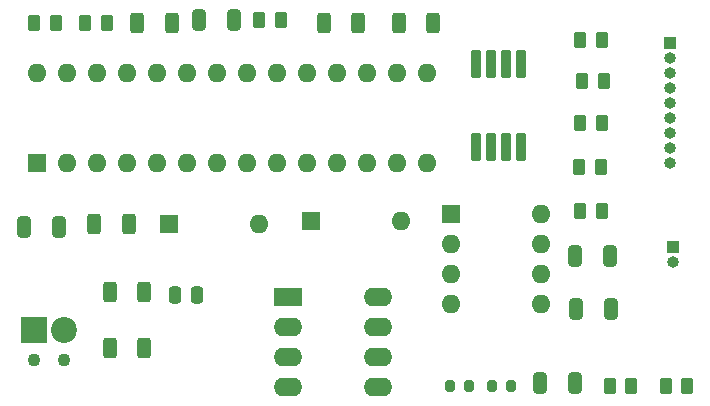
<source format=gbr>
%TF.GenerationSoftware,KiCad,Pcbnew,8.0.7*%
%TF.CreationDate,2025-04-03T15:21:43+05:30*%
%TF.ProjectId,Esdp,45736470-2e6b-4696-9361-645f70636258,rev?*%
%TF.SameCoordinates,Original*%
%TF.FileFunction,Soldermask,Top*%
%TF.FilePolarity,Negative*%
%FSLAX46Y46*%
G04 Gerber Fmt 4.6, Leading zero omitted, Abs format (unit mm)*
G04 Created by KiCad (PCBNEW 8.0.7) date 2025-04-03 15:21:43*
%MOMM*%
%LPD*%
G01*
G04 APERTURE LIST*
G04 Aperture macros list*
%AMRoundRect*
0 Rectangle with rounded corners*
0 $1 Rounding radius*
0 $2 $3 $4 $5 $6 $7 $8 $9 X,Y pos of 4 corners*
0 Add a 4 corners polygon primitive as box body*
4,1,4,$2,$3,$4,$5,$6,$7,$8,$9,$2,$3,0*
0 Add four circle primitives for the rounded corners*
1,1,$1+$1,$2,$3*
1,1,$1+$1,$4,$5*
1,1,$1+$1,$6,$7*
1,1,$1+$1,$8,$9*
0 Add four rect primitives between the rounded corners*
20,1,$1+$1,$2,$3,$4,$5,0*
20,1,$1+$1,$4,$5,$6,$7,0*
20,1,$1+$1,$6,$7,$8,$9,0*
20,1,$1+$1,$8,$9,$2,$3,0*%
G04 Aperture macros list end*
%ADD10R,1.000000X1.000000*%
%ADD11O,1.000000X1.000000*%
%ADD12RoundRect,0.250000X-0.262500X-0.450000X0.262500X-0.450000X0.262500X0.450000X-0.262500X0.450000X0*%
%ADD13RoundRect,0.102000X-0.300000X-1.100000X0.300000X-1.100000X0.300000X1.100000X-0.300000X1.100000X0*%
%ADD14RoundRect,0.250000X0.325000X0.650000X-0.325000X0.650000X-0.325000X-0.650000X0.325000X-0.650000X0*%
%ADD15RoundRect,0.250000X-0.325000X-0.650000X0.325000X-0.650000X0.325000X0.650000X-0.325000X0.650000X0*%
%ADD16R,2.400000X1.600000*%
%ADD17O,2.400000X1.600000*%
%ADD18R,1.600000X1.600000*%
%ADD19O,1.600000X1.600000*%
%ADD20RoundRect,0.250000X-0.312500X-0.625000X0.312500X-0.625000X0.312500X0.625000X-0.312500X0.625000X0*%
%ADD21RoundRect,0.250000X0.312500X0.625000X-0.312500X0.625000X-0.312500X-0.625000X0.312500X-0.625000X0*%
%ADD22RoundRect,0.250000X-0.250000X-0.475000X0.250000X-0.475000X0.250000X0.475000X-0.250000X0.475000X0*%
%ADD23RoundRect,0.200000X0.200000X0.275000X-0.200000X0.275000X-0.200000X-0.275000X0.200000X-0.275000X0*%
%ADD24C,1.100000*%
%ADD25R,2.200000X2.200000*%
%ADD26C,2.200000*%
%ADD27RoundRect,0.250000X0.262500X0.450000X-0.262500X0.450000X-0.262500X-0.450000X0.262500X-0.450000X0*%
%ADD28RoundRect,0.200000X-0.200000X-0.275000X0.200000X-0.275000X0.200000X0.275000X-0.200000X0.275000X0*%
G04 APERTURE END LIST*
D10*
%TO.C,J3*%
X133750000Y-81440000D03*
D11*
X133750000Y-82710000D03*
X133750000Y-83980000D03*
X133750000Y-85250000D03*
X133750000Y-86520000D03*
X133750000Y-87790000D03*
X133750000Y-89060000D03*
X133750000Y-90330000D03*
X133750000Y-91600000D03*
%TD*%
D12*
%TO.C,R13*%
X126175000Y-95690000D03*
X128000000Y-95690000D03*
%TD*%
D13*
%TO.C,IC1*%
X117345000Y-90250000D03*
X118615000Y-90250000D03*
X119885000Y-90250000D03*
X121155000Y-90250000D03*
X121155000Y-83250000D03*
X119885000Y-83250000D03*
X118615000Y-83250000D03*
X117345000Y-83250000D03*
%TD*%
D14*
%TO.C,C6*%
X96837500Y-79500000D03*
X93887500Y-79500000D03*
%TD*%
D15*
%TO.C,C3*%
X125800000Y-104000000D03*
X128750000Y-104000000D03*
%TD*%
D16*
%TO.C,U2*%
X101425000Y-102950000D03*
D17*
X101425000Y-105490000D03*
X101425000Y-108030000D03*
X101425000Y-110570000D03*
X109045000Y-110570000D03*
X109045000Y-108030000D03*
X109045000Y-105490000D03*
X109045000Y-102950000D03*
%TD*%
D12*
%TO.C,R19*%
X84262500Y-79750000D03*
X86087500Y-79750000D03*
%TD*%
D18*
%TO.C,U3*%
X115200000Y-95950000D03*
D19*
X115200000Y-98490000D03*
X115200000Y-101030000D03*
X115200000Y-103570000D03*
X122820000Y-103570000D03*
X122820000Y-101030000D03*
X122820000Y-98490000D03*
X122820000Y-95950000D03*
%TD*%
D20*
%TO.C,R18*%
X88662500Y-79750000D03*
X91587500Y-79750000D03*
%TD*%
D21*
%TO.C,R1*%
X89250000Y-102500000D03*
X86325000Y-102500000D03*
%TD*%
D12*
%TO.C,R10*%
X126175000Y-88190000D03*
X128000000Y-88190000D03*
%TD*%
%TO.C,R12*%
X126087500Y-91940000D03*
X127912500Y-91940000D03*
%TD*%
D18*
%TO.C,D2*%
X91380000Y-96750000D03*
D19*
X99000000Y-96750000D03*
%TD*%
D20*
%TO.C,R16*%
X104462500Y-79750000D03*
X107387500Y-79750000D03*
%TD*%
D22*
%TO.C,C4*%
X91850000Y-102750000D03*
X93750000Y-102750000D03*
%TD*%
D15*
%TO.C,C5*%
X122775000Y-110250000D03*
X125725000Y-110250000D03*
%TD*%
D21*
%TO.C,R14*%
X113712500Y-79750000D03*
X110787500Y-79750000D03*
%TD*%
D23*
%TO.C,R4*%
X116750000Y-110500000D03*
X115100000Y-110500000D03*
%TD*%
D21*
%TO.C,R8*%
X87962500Y-96750000D03*
X85037500Y-96750000D03*
%TD*%
D18*
%TO.C,D1*%
X103380000Y-96500000D03*
D19*
X111000000Y-96500000D03*
%TD*%
D18*
%TO.C,U1*%
X80180000Y-91620000D03*
D19*
X82720000Y-91620000D03*
X85260000Y-91620000D03*
X87800000Y-91620000D03*
X90340000Y-91620000D03*
X92880000Y-91620000D03*
X95420000Y-91620000D03*
X97960000Y-91620000D03*
X100500000Y-91620000D03*
X103040000Y-91620000D03*
X105580000Y-91620000D03*
X108120000Y-91620000D03*
X110660000Y-91620000D03*
X113200000Y-91620000D03*
X113200000Y-84000000D03*
X110660000Y-84000000D03*
X108120000Y-84000000D03*
X105580000Y-84000000D03*
X103040000Y-84000000D03*
X100500000Y-84000000D03*
X97960000Y-84000000D03*
X95420000Y-84000000D03*
X92880000Y-84000000D03*
X90340000Y-84000000D03*
X87800000Y-84000000D03*
X85260000Y-84000000D03*
X82720000Y-84000000D03*
X80180000Y-84000000D03*
%TD*%
D24*
%TO.C,J2*%
X79960000Y-108290000D03*
X82500000Y-108290000D03*
D25*
X79960000Y-105750000D03*
D26*
X82500000Y-105750000D03*
%TD*%
D12*
%TO.C,R9*%
X126175000Y-81190000D03*
X128000000Y-81190000D03*
%TD*%
D14*
%TO.C,C2*%
X82000000Y-97000000D03*
X79050000Y-97000000D03*
%TD*%
D27*
%TO.C,R17*%
X100837500Y-79500000D03*
X99012500Y-79500000D03*
%TD*%
D12*
%TO.C,R11*%
X126337500Y-84690000D03*
X128162500Y-84690000D03*
%TD*%
%TO.C,R7*%
X128675000Y-110500000D03*
X130500000Y-110500000D03*
%TD*%
D15*
%TO.C,C1*%
X125750000Y-99500000D03*
X128700000Y-99500000D03*
%TD*%
D28*
%TO.C,R5*%
X118675000Y-110500000D03*
X120325000Y-110500000D03*
%TD*%
D12*
%TO.C,R6*%
X133425000Y-110500000D03*
X135250000Y-110500000D03*
%TD*%
D20*
%TO.C,R2*%
X86325000Y-107250000D03*
X89250000Y-107250000D03*
%TD*%
D12*
%TO.C,R15*%
X79925000Y-79750000D03*
X81750000Y-79750000D03*
%TD*%
D10*
%TO.C,J1*%
X134000000Y-98750000D03*
D11*
X134000000Y-100020000D03*
%TD*%
M02*

</source>
